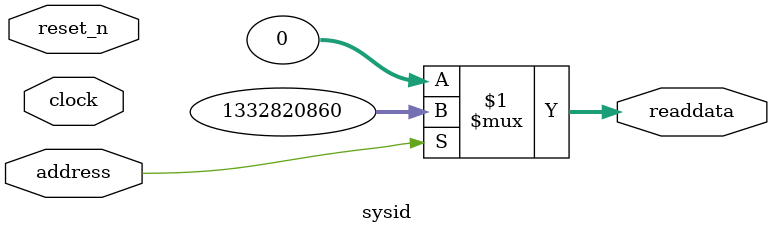
<source format=v>

`timescale 1ns / 1ps
// synthesis translate_on

// turn off superfluous verilog processor warnings 
// altera message_level Level1 
// altera message_off 10034 10035 10036 10037 10230 10240 10030 

module sysid (
               // inputs:
                address,
                clock,
                reset_n,

               // outputs:
                readdata
             )
;

  output  [ 31: 0] readdata;
  input            address;
  input            clock;
  input            reset_n;

  wire    [ 31: 0] readdata;
  //control_slave, which is an e_avalon_slave
  assign readdata = address ? 1332820860 : 0;

endmodule


</source>
